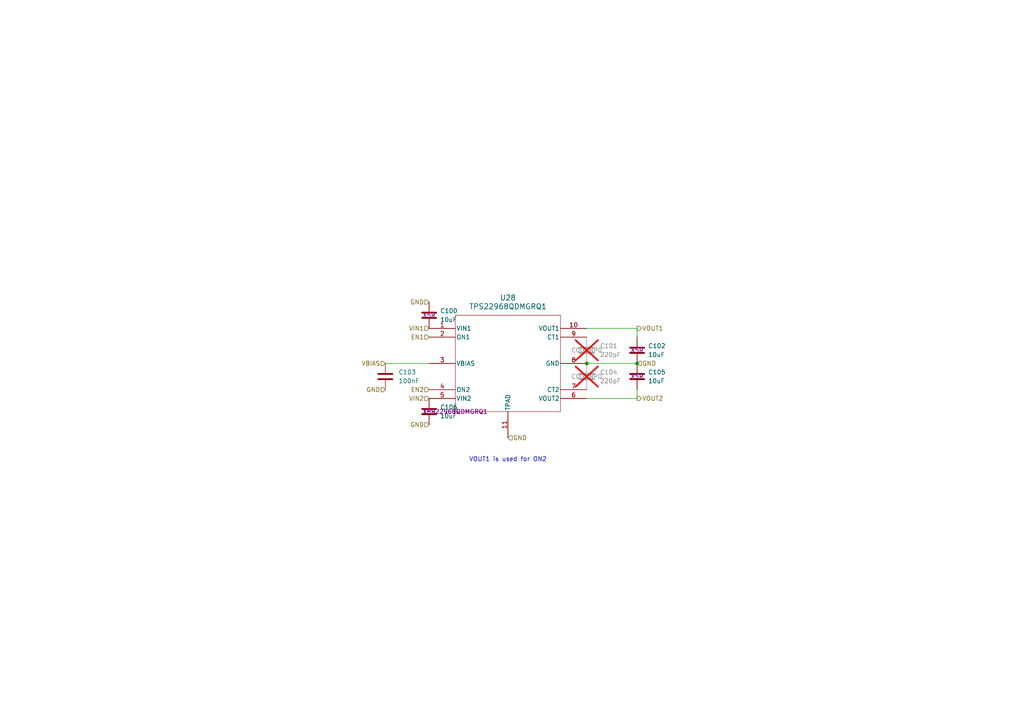
<source format=kicad_sch>
(kicad_sch (version 20250114) (generator "eeschema") (generator_version "9.0")
  (paper "A4")
  (lib_symbols
    (symbol "Common:TPS22968QDMGRQ1" (pin_names (offset 0.254))
      (property "Reference" "U" (at 15.24 33.02 0))
      (property "Value" "TPS22968QDMGRQ1" (at 15.24 30.48 0))
      (symbol "TPS22968QDMGRQ1_0_1"
        (polyline (pts (xy 0 27.94) (xy 0 0)) (stroke (width 0.127)))
        (polyline (pts (xy 0 0) (xy 30.48 0)) (stroke (width 0.127)))
        (polyline (pts (xy 30.48 27.94) (xy 0 27.94)) (stroke (width 0.127)))
        (polyline (pts (xy 30.48 0) (xy 30.48 27.94)) (stroke (width 0.127)))
      )
      (symbol "TPS22968QDMGRQ1_1_1"
        (pin power_in line (at -7.62 24.13 0) (length 7.62) (name "VIN1") (number "1"))
        (pin input line (at -7.62 21.59 0) (length 7.62) (name "ON1") (number "2"))
        (pin power_in line (at -7.62 13.97 0) (length 7.62) (name "VBIAS") (number "3"))
        (pin input line (at -7.62 6.35 0) (length 7.62) (name "ON2") (number "4"))
        (pin power_in line (at -7.62 3.81 0) (length 7.62) (name "VIN2") (number "5"))
        (pin power_in line (at 15.24 -7.62 90) (length 7.62) (name "TPAD") (number "11"))
        (pin power_out line (at 38.1 24.13 180) (length 7.62) (name "VOUT1") (number "10"))
        (pin output line (at 38.1 21.59 180) (length 7.62) (name "CT1") (number "9"))
        (pin power_in line (at 38.1 13.97 180) (length 7.62) (name "GND") (number "8"))
        (pin output line (at 38.1 6.35 180) (length 7.62) (name "CT2") (number "7"))
        (pin power_out line (at 38.1 3.81 180) (length 7.62) (name "VOUT2") (number "6"))
      )
    )
    (symbol "Device:C" (pin_numbers (hide yes)) (pin_names (offset 0.254))
      (property "Reference" "C" (at 0.635 2.54 0))
      (property "Value" "C" (at 0.635 -2.54 0))
      (symbol "C_0_1"
        (polyline (pts (xy -2.032 0.762) (xy 2.032 0.762)) (stroke (width 0.508)))
        (polyline (pts (xy -2.032 -0.762) (xy 2.032 -0.762)) (stroke (width 0.508)))
      )
      (symbol "C_1_1"
        (pin passive line (at 0 3.81 270) (length 2.794) (name "~") (number "1"))
        (pin passive line (at 0 -3.81 90) (length 2.794) (name "~") (number "2"))
      )
    )
  )
  (text "VOUT1 is used for ON2" (at 147.32 133.35 0) (effects (font (size 1.27 1.27))))
  (junction (at 184.785 105.41))
  (junction (at 170.18 105.41))
  (wire (pts (xy 170.18 95.25) (xy 184.785 95.25)))
  (wire (pts (xy 170.18 115.57) (xy 184.785 115.57)))
  (wire (pts (xy 184.785 115.57) (xy 184.785 113.03)))
  (wire (pts (xy 111.76 105.41) (xy 124.46 105.41)))
  (wire (pts (xy 170.18 105.41) (xy 184.785 105.41)))
  (wire (pts (xy 184.785 95.25) (xy 184.785 97.79)))
  (hierarchical_label "EN1" (shape input) (at 124.46 97.79 180))
  (hierarchical_label "EN2" (shape input) (at 124.46 113.03 180))
  (hierarchical_label "GND" (shape input) (at 124.46 87.63 180))
  (hierarchical_label "GND" (shape input) (at 111.76 113.03 180))
  (hierarchical_label "GND" (shape input) (at 124.46 123.19 180))
  (hierarchical_label "GND" (shape input) (at 147.32 127 0))
  (hierarchical_label "GND" (shape input) (at 184.785 105.41 0))
  (hierarchical_label "VOUT2" (shape output) (at 184.785 115.57 0))
  (hierarchical_label "VOUT1" (shape output) (at 184.785 95.25 0))
  (hierarchical_label "VBIAS" (shape input) (at 111.76 105.41 180))
  (hierarchical_label "VIN2" (shape input) (at 124.46 115.57 180))
  (hierarchical_label "VIN1" (shape input) (at 124.46 95.25 180))
  (symbol (lib_id "Device:C") (at 124.46 91.44 0) (unit 1)
    (property "Reference" "C36" (at 127.635 90.1699 0) (effects (justify left)))
    (property "Value" "10uF" (at 127.635 92.7099 0) (effects (justify left)))
    (property "Footprint" "Capacitor_SMD:C_0603_1608Metric_Pad1.08x0.95mm_HandSolder" (effects (hide yes)))
    (property "Datasheet" "https://search.murata.co.jp/Ceramy/image/img/A01X/G101/ENG/GRM188R61E106KA73-01.pdf" (effects (hide yes)))
    (property "Description" "Unpolarized capacitor" (effects (hide yes)))
    (property "MANUFACTURER" "Murata" (effects (hide yes)))
    (property "PARTREV" "GRM188R61E106KA73D" (effects (hide yes)))
    (property "Tolerance" "10" (effects (hide yes)))
    (property "Voltage" "25" (effects (hide yes)))
    (property "Temperture Coefficient" "X5R" (at 124.46 91.44 0))
    (instances (project "sci_board" (path "" (reference "C100") (unit 1)) (path "" (reference "C36") (unit 1)) (path "" (reference "C43") (unit 1)) (path "" (reference "C50") (unit 1)) (path "" (reference "C93") (unit 1))))
  )
  (symbol (lib_id "Common:TPS22968QDMGRQ1") (at 132.08 119.38 0) (unit 1)
    (property "Reference" "U4" (at 147.32 86.36 0) (effects (font (size 1.524 1.524))))
    (property "Value" "TPS22968QDMGRQ1" (at 147.32 88.9 0) (effects (font (size 1.524 1.524))))
    (property "Footprint" "Package_SON:WSON-10-1EP_2x3mm_P0.5mm_EP0.84x2.4mm" (effects (hide yes)))
    (property "Datasheet" "https://www.ti.com/lit/ds/symlink/tps22968-q1.pdf?HQS=dis-dk-null-digikeymode-dsf-pf-null-wwe&ts=1746990618053&ref_url=https%253A%252F%252Fwww.ti.com%252Fgeneral%252Fdocs%252Fsuppproductinfo.tsp%253FdistId%253D10%2526gotoUrl%253Dhttps%253A%252F%252Fwww.ti.com%252Flit%252Fgpn%252Ftps22968-q1" (effects (hide yes)))
    (property "MANUFACTURER" "TI" (at 132.08 119.38 0))
    (property "PARTREV" "TPS22968QDMGRQ1" (at 132.08 119.38 0))
    (instances (project "" (path "" (reference "U28") (unit 1)) (path "" (reference "U4") (unit 1)) (path "" (reference "U5") (unit 1)) (path "" (reference "U6") (unit 1)) (path "" (reference "U27") (unit 1))))
  )
  (symbol (lib_id "Device:C") (at 170.18 101.6 0) (unit 1) (dnp yes)
    (property "Reference" "C37" (at 173.99 100.3299 0) (effects (justify left)))
    (property "Value" "220pF" (at 173.99 102.8699 0) (effects (justify left)))
    (property "Footprint" "Capacitor_SMD:C_0402_1005Metric_Pad0.74x0.62mm_HandSolder" (effects (hide yes)))
    (property "Datasheet" "https://search.murata.co.jp/Ceramy/image/img/A01X/G101/ENG/GRT1555C1H221FA02-01.pdf" (effects (hide yes)))
    (property "Description" "Unpolarized capacitor" (effects (hide yes)))
    (property "MANUFACTURER" "Murata" (effects (hide yes)))
    (property "PARTREV" "GRT1555C1H221FA02D" (effects (hide yes)))
    (property "Temperture Coefficient" "C0G/NP0" (at 170.18 101.6 0))
    (property "Tolerance" "1" (at 170.18 101.6 0))
    (property "Voltage" "50" (at 170.18 101.6 0))
    (instances (project "" (path "" (reference "C101") (unit 1)) (path "" (reference "C37") (unit 1)) (path "" (reference "C44") (unit 1)) (path "" (reference "C51") (unit 1)) (path "" (reference "C94") (unit 1))))
  )
  (symbol (lib_id "Device:C") (at 184.785 109.22 0) (unit 1)
    (property "Reference" "C41" (at 187.96 107.9499 0) (effects (justify left)))
    (property "Value" "10uF" (at 187.96 110.4899 0) (effects (justify left)))
    (property "Footprint" "Capacitor_SMD:C_0603_1608Metric_Pad1.08x0.95mm_HandSolder" (effects (hide yes)))
    (property "Datasheet" "https://search.murata.co.jp/Ceramy/image/img/A01X/G101/ENG/GRM188R61E106KA73-01.pdf" (effects (hide yes)))
    (property "Description" "Unpolarized capacitor" (effects (hide yes)))
    (property "MANUFACTURER" "Murata" (effects (hide yes)))
    (property "PARTREV" "GRM188R61E106KA73D" (effects (hide yes)))
    (property "Tolerance" "10" (effects (hide yes)))
    (property "Voltage" "25" (effects (hide yes)))
    (property "Temperture Coefficient" "X5R" (at 184.785 109.22 0))
    (instances (project "sci_board" (path "" (reference "C105") (unit 1)) (path "" (reference "C41") (unit 1)) (path "" (reference "C48") (unit 1)) (path "" (reference "C55") (unit 1)) (path "" (reference "C98") (unit 1))))
  )
  (symbol (lib_id "Device:C") (at 111.76 109.22 0) (unit 1)
    (property "Reference" "C39" (at 115.57 107.9499 0) (effects (justify left)))
    (property "Value" "100nF" (at 115.57 110.4899 0) (effects (justify left)))
    (property "Footprint" "Capacitor_SMD:C_0402_1005Metric_Pad0.74x0.62mm_HandSolder" (effects (hide yes)))
    (property "Datasheet" "https://search.murata.co.jp/Ceramy/image/img/A01X/G101/ENG/GRM155R61E104KA87-01.pdf" (effects (hide yes)))
    (property "Description" "Unpolarized capacitor" (effects (hide yes)))
    (property "MANUFACTURER" "Murata" (effects (hide yes)))
    (property "PARTREV" "GRM155R61E104KA87D" (effects (hide yes)))
    (property "Temperture Coefficient" "X5R" (effects (hide yes)))
    (property "Tolerance" "10" (effects (hide yes)))
    (property "Voltage" "25" (effects (hide yes)))
    (instances (project "sci_board" (path "" (reference "C103") (unit 1)) (path "" (reference "C39") (unit 1)) (path "" (reference "C46") (unit 1)) (path "" (reference "C53") (unit 1)) (path "" (reference "C96") (unit 1))))
  )
  (symbol (lib_id "Device:C") (at 170.18 109.22 0) (unit 1) (dnp yes)
    (property "Reference" "C40" (at 173.99 107.9499 0) (effects (justify left)))
    (property "Value" "220pF" (at 173.99 110.4899 0) (effects (justify left)))
    (property "Footprint" "Capacitor_SMD:C_0402_1005Metric_Pad0.74x0.62mm_HandSolder" (effects (hide yes)))
    (property "Datasheet" "https://search.murata.co.jp/Ceramy/image/img/A01X/G101/ENG/GRT1555C1H221FA02-01.pdf" (effects (hide yes)))
    (property "Description" "Unpolarized capacitor" (effects (hide yes)))
    (property "MANUFACTURER" "Murata" (effects (hide yes)))
    (property "PARTREV" "GRT1555C1H221FA02D" (effects (hide yes)))
    (property "Temperture Coefficient" "C0G/NP0" (at 170.18 109.22 0))
    (property "Tolerance" "1" (at 170.18 109.22 0))
    (property "Voltage" "50" (at 170.18 109.22 0))
    (instances (project "sci_board" (path "" (reference "C104") (unit 1)) (path "" (reference "C40") (unit 1)) (path "" (reference "C47") (unit 1)) (path "" (reference "C54") (unit 1)) (path "" (reference "C97") (unit 1))))
  )
  (symbol (lib_id "Device:C") (at 124.46 119.38 0) (unit 1)
    (property "Reference" "C42" (at 127.635 118.1099 0) (effects (justify left)))
    (property "Value" "10uF" (at 127.635 120.6499 0) (effects (justify left)))
    (property "Footprint" "Capacitor_SMD:C_0603_1608Metric_Pad1.08x0.95mm_HandSolder" (effects (hide yes)))
    (property "Datasheet" "https://search.murata.co.jp/Ceramy/image/img/A01X/G101/ENG/GRM188R61E106KA73-01.pdf" (effects (hide yes)))
    (property "Description" "Unpolarized capacitor" (effects (hide yes)))
    (property "MANUFACTURER" "Murata" (effects (hide yes)))
    (property "PARTREV" "GRM188R61E106KA73D" (effects (hide yes)))
    (property "Tolerance" "10" (effects (hide yes)))
    (property "Voltage" "25" (effects (hide yes)))
    (property "Temperture Coefficient" "X5R" (at 124.46 119.38 0))
    (instances (project "sci_board" (path "" (reference "C106") (unit 1)) (path "" (reference "C42") (unit 1)) (path "" (reference "C49") (unit 1)) (path "" (reference "C56") (unit 1)) (path "" (reference "C99") (unit 1))))
  )
  (symbol (lib_id "Device:C") (at 184.785 101.6 0) (unit 1)
    (property "Reference" "C38" (at 187.96 100.3299 0) (effects (justify left)))
    (property "Value" "10uF" (at 187.96 102.8699 0) (effects (justify left)))
    (property "Footprint" "Capacitor_SMD:C_0603_1608Metric_Pad1.08x0.95mm_HandSolder" (effects (hide yes)))
    (property "Datasheet" "https://search.murata.co.jp/Ceramy/image/img/A01X/G101/ENG/GRM188R61E106KA73-01.pdf" (effects (hide yes)))
    (property "Description" "Unpolarized capacitor" (effects (hide yes)))
    (property "MANUFACTURER" "Murata" (effects (hide yes)))
    (property "PARTREV" "GRM188R61E106KA73D" (effects (hide yes)))
    (property "Tolerance" "10" (effects (hide yes)))
    (property "Voltage" "25" (effects (hide yes)))
    (property "Temperture Coefficient" "X5R" (at 184.785 101.6 0))
    (instances (project "sci_board" (path "" (reference "C102") (unit 1)) (path "" (reference "C38") (unit 1)) (path "" (reference "C45") (unit 1)) (path "" (reference "C52") (unit 1)) (path "" (reference "C95") (unit 1))))
  )
)
</source>
